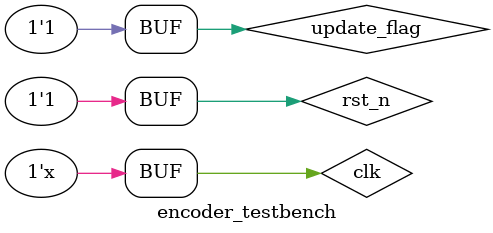
<source format=v>
`timescale 1ns/1ns
module encoder_testbench();


reg clk;
reg rst_n;
reg bit_input[15:0];
reg wrreq;
reg update_flag;
reg[3:0] address;

initial begin
	update_flag<=1'b0;
	bit_input[0]<=1'b0;
	bit_input[1]<=1'b0;
	bit_input[2]<=1'b1;
	bit_input[3]<=1'b1;
	bit_input[4]<=1'b1;
	bit_input[5]<=1'b1;
	bit_input[6]<=1'b0;
	bit_input[7]<=1'b0;
	bit_input[8]<=1'b0;
	bit_input[9]<=1'b0;
	bit_input[10]<=1'b0;
	bit_input[11]<=1'b0;
	bit_input[12]<=1'b1;
	bit_input[13]<=1'b1;
	bit_input[14]<=1'b1;
	bit_input[15]<=1'b1;
	clk<=1'b0;
	rst_n<=1'b1;
	
	
	#1 rst_n<=1'b0;
	#1 rst_n<=1'b1;
	#98 update_flag<=1'b1;
	wrreq<=1'b1;
	address<=4'd0;
end

always#5 clk<=~clk;

always@(posedge clk)
	if(update_flag)
		if(address<4'd15)
			address<=address+1'b1;
		else begin
			address<=address;
			wrreq<=1'b0;
		end
	
	
coding_queue coding_queue_inst1
(
	.clk(clk),
	.rst_n(rst_n),
	.bit_input(bit_input[address]),
	.wrreq(wrreq)
);



endmodule 


</source>
